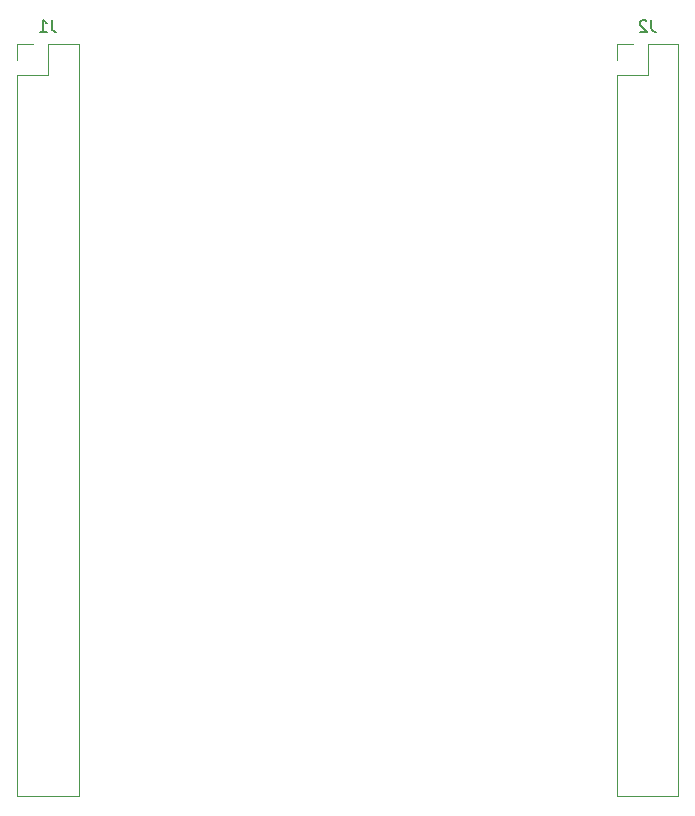
<source format=gbr>
%TF.GenerationSoftware,KiCad,Pcbnew,(7.0.0)*%
%TF.CreationDate,2023-06-01T09:58:41-06:00*%
%TF.ProjectId,morseTrans_proto,6d6f7273-6554-4726-916e-735f70726f74,rev?*%
%TF.SameCoordinates,Original*%
%TF.FileFunction,Legend,Bot*%
%TF.FilePolarity,Positive*%
%FSLAX46Y46*%
G04 Gerber Fmt 4.6, Leading zero omitted, Abs format (unit mm)*
G04 Created by KiCad (PCBNEW (7.0.0)) date 2023-06-01 09:58:41*
%MOMM*%
%LPD*%
G01*
G04 APERTURE LIST*
%ADD10C,0.150000*%
%ADD11C,0.120000*%
G04 APERTURE END LIST*
D10*
%TO.C,J2*%
X148714297Y-50303932D02*
X148714297Y-51018218D01*
X148714297Y-51018218D02*
X148761916Y-51161075D01*
X148761916Y-51161075D02*
X148857154Y-51256313D01*
X148857154Y-51256313D02*
X149000011Y-51303932D01*
X149000011Y-51303932D02*
X149095249Y-51303932D01*
X148285725Y-50399171D02*
X148238106Y-50351552D01*
X148238106Y-50351552D02*
X148142868Y-50303932D01*
X148142868Y-50303932D02*
X147904773Y-50303932D01*
X147904773Y-50303932D02*
X147809535Y-50351552D01*
X147809535Y-50351552D02*
X147761916Y-50399171D01*
X147761916Y-50399171D02*
X147714297Y-50494409D01*
X147714297Y-50494409D02*
X147714297Y-50589647D01*
X147714297Y-50589647D02*
X147761916Y-50732504D01*
X147761916Y-50732504D02*
X148333344Y-51303932D01*
X148333344Y-51303932D02*
X147714297Y-51303932D01*
%TO.C,J1*%
X97952123Y-50288379D02*
X97952123Y-51002665D01*
X97952123Y-51002665D02*
X97999742Y-51145522D01*
X97999742Y-51145522D02*
X98094980Y-51240760D01*
X98094980Y-51240760D02*
X98237837Y-51288379D01*
X98237837Y-51288379D02*
X98333075Y-51288379D01*
X96952123Y-51288379D02*
X97523551Y-51288379D01*
X97237837Y-51288379D02*
X97237837Y-50288379D01*
X97237837Y-50288379D02*
X97333075Y-50431237D01*
X97333075Y-50431237D02*
X97428313Y-50526475D01*
X97428313Y-50526475D02*
X97523551Y-50574094D01*
D11*
%TO.C,J2*%
X150980964Y-115996552D02*
X145780964Y-115996552D01*
X150980964Y-52376552D02*
X150980964Y-115996552D01*
X150980964Y-52376552D02*
X148380964Y-52376552D01*
X148380964Y-54976552D02*
X145780964Y-54976552D01*
X148380964Y-52376552D02*
X148380964Y-54976552D01*
X147110964Y-52376552D02*
X145780964Y-52376552D01*
X145780964Y-54976552D02*
X145780964Y-115996552D01*
X145780964Y-52376552D02*
X145780964Y-53706552D01*
%TO.C,J1*%
X100218790Y-115980999D02*
X95018790Y-115980999D01*
X100218790Y-52360999D02*
X100218790Y-115980999D01*
X100218790Y-52360999D02*
X97618790Y-52360999D01*
X97618790Y-54960999D02*
X95018790Y-54960999D01*
X97618790Y-52360999D02*
X97618790Y-54960999D01*
X96348790Y-52360999D02*
X95018790Y-52360999D01*
X95018790Y-54960999D02*
X95018790Y-115980999D01*
X95018790Y-52360999D02*
X95018790Y-53690999D01*
%TD*%
M02*

</source>
